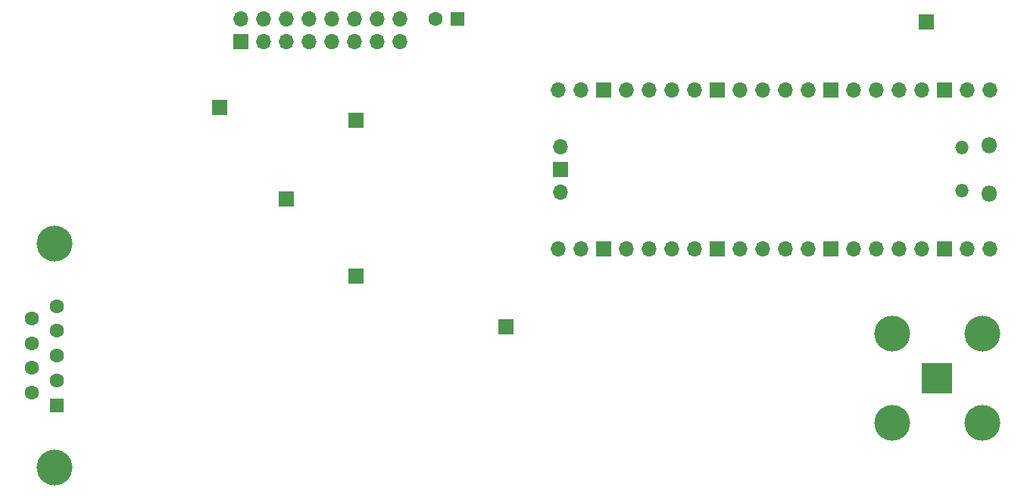
<source format=gbr>
%TF.GenerationSoftware,KiCad,Pcbnew,(6.0.7-1)-1*%
%TF.CreationDate,2022-11-01T15:55:19+01:00*%
%TF.ProjectId,ProbeBoardPublic,50726f62-6542-46f6-9172-645075626c69,Public 1.0*%
%TF.SameCoordinates,Original*%
%TF.FileFunction,Soldermask,Bot*%
%TF.FilePolarity,Negative*%
%FSLAX46Y46*%
G04 Gerber Fmt 4.6, Leading zero omitted, Abs format (unit mm)*
G04 Created by KiCad (PCBNEW (6.0.7-1)-1) date 2022-11-01 15:55:19*
%MOMM*%
%LPD*%
G01*
G04 APERTURE LIST*
%ADD10R,1.700000X1.700000*%
%ADD11O,1.700000X1.700000*%
%ADD12O,1.500000X1.500000*%
%ADD13O,1.800000X1.800000*%
%ADD14C,4.000000*%
%ADD15R,1.600000X1.600000*%
%ADD16C,1.600000*%
%ADD17R,3.500000X3.500000*%
G04 APERTURE END LIST*
D10*
%TO.C,J2*%
X126350000Y-77740000D03*
D11*
X126350000Y-75200000D03*
X128890000Y-77740000D03*
X128890000Y-75200000D03*
X131430000Y-77740000D03*
X131430000Y-75200000D03*
X133970000Y-77740000D03*
X133970000Y-75200000D03*
X136510000Y-77740000D03*
X136510000Y-75200000D03*
X139050000Y-77740000D03*
X139050000Y-75200000D03*
X141590000Y-77740000D03*
X141590000Y-75200000D03*
X144130000Y-77740000D03*
X144130000Y-75200000D03*
%TD*%
D10*
%TO.C,TP6*%
X139250000Y-104000000D03*
%TD*%
D12*
%TO.C,U5*%
X206970000Y-94425000D03*
X206970000Y-89575000D03*
D13*
X210000000Y-94725000D03*
X210000000Y-89275000D03*
D11*
X210130000Y-83110000D03*
X207590000Y-83110000D03*
D10*
X205050000Y-83110000D03*
D11*
X202510000Y-83110000D03*
X199970000Y-83110000D03*
X197430000Y-83110000D03*
X194890000Y-83110000D03*
D10*
X192350000Y-83110000D03*
D11*
X189810000Y-83110000D03*
X187270000Y-83110000D03*
X184730000Y-83110000D03*
X182190000Y-83110000D03*
D10*
X179650000Y-83110000D03*
D11*
X177110000Y-83110000D03*
X174570000Y-83110000D03*
X172030000Y-83110000D03*
X169490000Y-83110000D03*
D10*
X166950000Y-83110000D03*
D11*
X164410000Y-83110000D03*
X161870000Y-83110000D03*
X161870000Y-100890000D03*
X164410000Y-100890000D03*
D10*
X166950000Y-100890000D03*
D11*
X169490000Y-100890000D03*
X172030000Y-100890000D03*
X174570000Y-100890000D03*
X177110000Y-100890000D03*
D10*
X179650000Y-100890000D03*
D11*
X182190000Y-100890000D03*
X184730000Y-100890000D03*
X187270000Y-100890000D03*
X189810000Y-100890000D03*
D10*
X192350000Y-100890000D03*
D11*
X194890000Y-100890000D03*
X197430000Y-100890000D03*
X199970000Y-100890000D03*
X202510000Y-100890000D03*
D10*
X205050000Y-100890000D03*
D11*
X207590000Y-100890000D03*
X210130000Y-100890000D03*
X162100000Y-89460000D03*
D10*
X162100000Y-92000000D03*
D11*
X162100000Y-94540000D03*
%TD*%
D10*
%TO.C,TP2*%
X203000000Y-75500000D03*
%TD*%
%TO.C,TP8*%
X156000000Y-109600000D03*
%TD*%
D14*
%TO.C,J1*%
X105500000Y-100360000D03*
X105500000Y-125360000D03*
D15*
X105800000Y-118400000D03*
D16*
X105800000Y-115630000D03*
X105800000Y-112860000D03*
X105800000Y-110090000D03*
X105800000Y-107320000D03*
X102960000Y-117015000D03*
X102960000Y-114245000D03*
X102960000Y-111475000D03*
X102960000Y-108705000D03*
%TD*%
D10*
%TO.C,TP1*%
X131400000Y-95300000D03*
%TD*%
D17*
%TO.C,J10*%
X204200000Y-115400000D03*
D14*
X209225000Y-120425000D03*
X199175000Y-110375000D03*
X199175000Y-120425000D03*
X209225000Y-110375000D03*
%TD*%
D10*
%TO.C,TP5*%
X139250000Y-86500000D03*
%TD*%
%TO.C,TP4*%
X124000000Y-85100000D03*
%TD*%
D15*
%TO.C,C3*%
X150605112Y-75200000D03*
D16*
X148105112Y-75200000D03*
%TD*%
M02*

</source>
